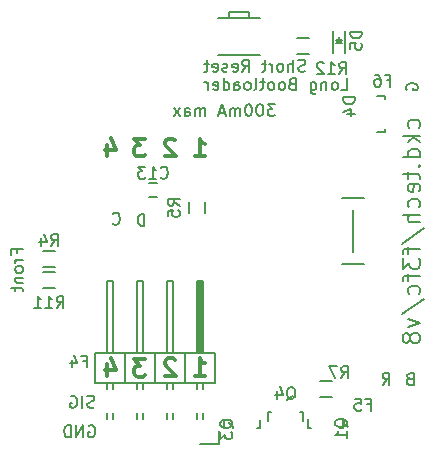
<source format=gbo>
G04 #@! TF.FileFunction,Legend,Bot*
%FSLAX46Y46*%
G04 Gerber Fmt 4.6, Leading zero omitted, Abs format (unit mm)*
G04 Created by KiCad (PCBNEW 4.0.1-stable) date Thursday, April 14, 2016 'AMt' 11:44:09 AM*
%MOMM*%
G01*
G04 APERTURE LIST*
%ADD10C,0.100000*%
%ADD11C,0.150000*%
%ADD12C,0.300000*%
%ADD13C,0.175000*%
%ADD14C,0.200000*%
G04 APERTURE END LIST*
D10*
D11*
X164180000Y-96031905D02*
X164132381Y-95936667D01*
X164132381Y-95793810D01*
X164180000Y-95650952D01*
X164275238Y-95555714D01*
X164370476Y-95508095D01*
X164560952Y-95460476D01*
X164703810Y-95460476D01*
X164894286Y-95508095D01*
X164989524Y-95555714D01*
X165084762Y-95650952D01*
X165132381Y-95793810D01*
X165132381Y-95889048D01*
X165084762Y-96031905D01*
X165037143Y-96079524D01*
X164703810Y-96079524D01*
X164703810Y-95889048D01*
D12*
X138814285Y-100678571D02*
X138814285Y-101678571D01*
X139171428Y-100107143D02*
X139528571Y-101178571D01*
X138599999Y-101178571D01*
X142049999Y-100178571D02*
X141121428Y-100178571D01*
X141621428Y-100750000D01*
X141407142Y-100750000D01*
X141264285Y-100821429D01*
X141192856Y-100892857D01*
X141121428Y-101035714D01*
X141121428Y-101392857D01*
X141192856Y-101535714D01*
X141264285Y-101607143D01*
X141407142Y-101678571D01*
X141835714Y-101678571D01*
X141978571Y-101607143D01*
X142049999Y-101535714D01*
X144578571Y-100321429D02*
X144507142Y-100250000D01*
X144364285Y-100178571D01*
X144007142Y-100178571D01*
X143864285Y-100250000D01*
X143792856Y-100321429D01*
X143721428Y-100464286D01*
X143721428Y-100607143D01*
X143792856Y-100821429D01*
X144649999Y-101678571D01*
X143721428Y-101678571D01*
X146221428Y-101678571D02*
X147078571Y-101678571D01*
X146649999Y-101678571D02*
X146649999Y-100178571D01*
X146792856Y-100392857D01*
X146935714Y-100535714D01*
X147078571Y-100607143D01*
D11*
X139288876Y-107357143D02*
X139336495Y-107404762D01*
X139479352Y-107452381D01*
X139574590Y-107452381D01*
X139717448Y-107404762D01*
X139812686Y-107309524D01*
X139860305Y-107214286D01*
X139907924Y-107023810D01*
X139907924Y-106880952D01*
X139860305Y-106690476D01*
X139812686Y-106595238D01*
X139717448Y-106500000D01*
X139574590Y-106452381D01*
X139479352Y-106452381D01*
X139336495Y-106500000D01*
X139288876Y-106547619D01*
X141961905Y-107552381D02*
X141961905Y-106552381D01*
X141723810Y-106552381D01*
X141580952Y-106600000D01*
X141485714Y-106695238D01*
X141438095Y-106790476D01*
X141390476Y-106980952D01*
X141390476Y-107123810D01*
X141438095Y-107314286D01*
X141485714Y-107409524D01*
X141580952Y-107504762D01*
X141723810Y-107552381D01*
X141961905Y-107552381D01*
D13*
X162148876Y-121000781D02*
X162482210Y-120524590D01*
X162720305Y-121000781D02*
X162720305Y-120000781D01*
X162339352Y-120000781D01*
X162244114Y-120048400D01*
X162196495Y-120096019D01*
X162148876Y-120191257D01*
X162148876Y-120334114D01*
X162196495Y-120429352D01*
X162244114Y-120476971D01*
X162339352Y-120524590D01*
X162720305Y-120524590D01*
X164438571Y-120498571D02*
X164295714Y-120546190D01*
X164248095Y-120593810D01*
X164200476Y-120689048D01*
X164200476Y-120831905D01*
X164248095Y-120927143D01*
X164295714Y-120974762D01*
X164390952Y-121022381D01*
X164771905Y-121022381D01*
X164771905Y-120022381D01*
X164438571Y-120022381D01*
X164343333Y-120070000D01*
X164295714Y-120117619D01*
X164248095Y-120212857D01*
X164248095Y-120308095D01*
X164295714Y-120403333D01*
X164343333Y-120450952D01*
X164438571Y-120498571D01*
X164771905Y-120498571D01*
D11*
X153035714Y-97262381D02*
X152416666Y-97262381D01*
X152750000Y-97643333D01*
X152607142Y-97643333D01*
X152511904Y-97690952D01*
X152464285Y-97738571D01*
X152416666Y-97833810D01*
X152416666Y-98071905D01*
X152464285Y-98167143D01*
X152511904Y-98214762D01*
X152607142Y-98262381D01*
X152892857Y-98262381D01*
X152988095Y-98214762D01*
X153035714Y-98167143D01*
X151797619Y-97262381D02*
X151702380Y-97262381D01*
X151607142Y-97310000D01*
X151559523Y-97357619D01*
X151511904Y-97452857D01*
X151464285Y-97643333D01*
X151464285Y-97881429D01*
X151511904Y-98071905D01*
X151559523Y-98167143D01*
X151607142Y-98214762D01*
X151702380Y-98262381D01*
X151797619Y-98262381D01*
X151892857Y-98214762D01*
X151940476Y-98167143D01*
X151988095Y-98071905D01*
X152035714Y-97881429D01*
X152035714Y-97643333D01*
X151988095Y-97452857D01*
X151940476Y-97357619D01*
X151892857Y-97310000D01*
X151797619Y-97262381D01*
X150845238Y-97262381D02*
X150749999Y-97262381D01*
X150654761Y-97310000D01*
X150607142Y-97357619D01*
X150559523Y-97452857D01*
X150511904Y-97643333D01*
X150511904Y-97881429D01*
X150559523Y-98071905D01*
X150607142Y-98167143D01*
X150654761Y-98214762D01*
X150749999Y-98262381D01*
X150845238Y-98262381D01*
X150940476Y-98214762D01*
X150988095Y-98167143D01*
X151035714Y-98071905D01*
X151083333Y-97881429D01*
X151083333Y-97643333D01*
X151035714Y-97452857D01*
X150988095Y-97357619D01*
X150940476Y-97310000D01*
X150845238Y-97262381D01*
X150083333Y-98262381D02*
X150083333Y-97595714D01*
X150083333Y-97690952D02*
X150035714Y-97643333D01*
X149940476Y-97595714D01*
X149797618Y-97595714D01*
X149702380Y-97643333D01*
X149654761Y-97738571D01*
X149654761Y-98262381D01*
X149654761Y-97738571D02*
X149607142Y-97643333D01*
X149511904Y-97595714D01*
X149369047Y-97595714D01*
X149273809Y-97643333D01*
X149226190Y-97738571D01*
X149226190Y-98262381D01*
X148797619Y-97976667D02*
X148321428Y-97976667D01*
X148892857Y-98262381D02*
X148559524Y-97262381D01*
X148226190Y-98262381D01*
X147130952Y-98262381D02*
X147130952Y-97595714D01*
X147130952Y-97690952D02*
X147083333Y-97643333D01*
X146988095Y-97595714D01*
X146845237Y-97595714D01*
X146749999Y-97643333D01*
X146702380Y-97738571D01*
X146702380Y-98262381D01*
X146702380Y-97738571D02*
X146654761Y-97643333D01*
X146559523Y-97595714D01*
X146416666Y-97595714D01*
X146321428Y-97643333D01*
X146273809Y-97738571D01*
X146273809Y-98262381D01*
X145369047Y-98262381D02*
X145369047Y-97738571D01*
X145416666Y-97643333D01*
X145511904Y-97595714D01*
X145702381Y-97595714D01*
X145797619Y-97643333D01*
X145369047Y-98214762D02*
X145464285Y-98262381D01*
X145702381Y-98262381D01*
X145797619Y-98214762D01*
X145845238Y-98119524D01*
X145845238Y-98024286D01*
X145797619Y-97929048D01*
X145702381Y-97881429D01*
X145464285Y-97881429D01*
X145369047Y-97833810D01*
X144988095Y-98262381D02*
X144464285Y-97595714D01*
X144988095Y-97595714D02*
X144464285Y-98262381D01*
X131178571Y-109892857D02*
X131178571Y-109559523D01*
X131702381Y-109559523D02*
X130702381Y-109559523D01*
X130702381Y-110035714D01*
X131702381Y-110416666D02*
X131035714Y-110416666D01*
X131226190Y-110416666D02*
X131130952Y-110464285D01*
X131083333Y-110511904D01*
X131035714Y-110607142D01*
X131035714Y-110702381D01*
X131702381Y-111178571D02*
X131654762Y-111083333D01*
X131607143Y-111035714D01*
X131511905Y-110988095D01*
X131226190Y-110988095D01*
X131130952Y-111035714D01*
X131083333Y-111083333D01*
X131035714Y-111178571D01*
X131035714Y-111321429D01*
X131083333Y-111416667D01*
X131130952Y-111464286D01*
X131226190Y-111511905D01*
X131511905Y-111511905D01*
X131607143Y-111464286D01*
X131654762Y-111416667D01*
X131702381Y-111321429D01*
X131702381Y-111178571D01*
X131035714Y-111940476D02*
X131702381Y-111940476D01*
X131130952Y-111940476D02*
X131083333Y-111988095D01*
X131035714Y-112083333D01*
X131035714Y-112226191D01*
X131083333Y-112321429D01*
X131178571Y-112369048D01*
X131702381Y-112369048D01*
X131035714Y-112702381D02*
X131035714Y-113083333D01*
X130702381Y-112845238D02*
X131559524Y-112845238D01*
X131654762Y-112892857D01*
X131702381Y-112988095D01*
X131702381Y-113083333D01*
D14*
X165257143Y-99270000D02*
X165328571Y-99127143D01*
X165328571Y-98841429D01*
X165257143Y-98698571D01*
X165185714Y-98627143D01*
X165042857Y-98555714D01*
X164614286Y-98555714D01*
X164471429Y-98627143D01*
X164400000Y-98698571D01*
X164328571Y-98841429D01*
X164328571Y-99127143D01*
X164400000Y-99270000D01*
X165328571Y-99912857D02*
X163828571Y-99912857D01*
X164757143Y-100055714D02*
X165328571Y-100484285D01*
X164328571Y-100484285D02*
X164900000Y-99912857D01*
X165328571Y-101770000D02*
X163828571Y-101770000D01*
X165257143Y-101770000D02*
X165328571Y-101627143D01*
X165328571Y-101341429D01*
X165257143Y-101198571D01*
X165185714Y-101127143D01*
X165042857Y-101055714D01*
X164614286Y-101055714D01*
X164471429Y-101127143D01*
X164400000Y-101198571D01*
X164328571Y-101341429D01*
X164328571Y-101627143D01*
X164400000Y-101770000D01*
X165185714Y-102484286D02*
X165257143Y-102555714D01*
X165328571Y-102484286D01*
X165257143Y-102412857D01*
X165185714Y-102484286D01*
X165328571Y-102484286D01*
X164328571Y-102984286D02*
X164328571Y-103555715D01*
X163828571Y-103198572D02*
X165114286Y-103198572D01*
X165257143Y-103270000D01*
X165328571Y-103412858D01*
X165328571Y-103555715D01*
X165257143Y-104627143D02*
X165328571Y-104484286D01*
X165328571Y-104198572D01*
X165257143Y-104055715D01*
X165114286Y-103984286D01*
X164542857Y-103984286D01*
X164400000Y-104055715D01*
X164328571Y-104198572D01*
X164328571Y-104484286D01*
X164400000Y-104627143D01*
X164542857Y-104698572D01*
X164685714Y-104698572D01*
X164828571Y-103984286D01*
X165257143Y-105984286D02*
X165328571Y-105841429D01*
X165328571Y-105555715D01*
X165257143Y-105412857D01*
X165185714Y-105341429D01*
X165042857Y-105270000D01*
X164614286Y-105270000D01*
X164471429Y-105341429D01*
X164400000Y-105412857D01*
X164328571Y-105555715D01*
X164328571Y-105841429D01*
X164400000Y-105984286D01*
X165328571Y-106627143D02*
X163828571Y-106627143D01*
X165328571Y-107270000D02*
X164542857Y-107270000D01*
X164400000Y-107198571D01*
X164328571Y-107055714D01*
X164328571Y-106841429D01*
X164400000Y-106698571D01*
X164471429Y-106627143D01*
X163757143Y-109055714D02*
X165685714Y-107770000D01*
X164328571Y-109341429D02*
X164328571Y-109912858D01*
X165328571Y-109555715D02*
X164042857Y-109555715D01*
X163900000Y-109627143D01*
X163828571Y-109770001D01*
X163828571Y-109912858D01*
X163828571Y-110270001D02*
X163828571Y-111198572D01*
X164400000Y-110698572D01*
X164400000Y-110912858D01*
X164471429Y-111055715D01*
X164542857Y-111127144D01*
X164685714Y-111198572D01*
X165042857Y-111198572D01*
X165185714Y-111127144D01*
X165257143Y-111055715D01*
X165328571Y-110912858D01*
X165328571Y-110484286D01*
X165257143Y-110341429D01*
X165185714Y-110270001D01*
X164328571Y-111627143D02*
X164328571Y-112198572D01*
X165328571Y-111841429D02*
X164042857Y-111841429D01*
X163900000Y-111912857D01*
X163828571Y-112055715D01*
X163828571Y-112198572D01*
X165257143Y-113341429D02*
X165328571Y-113198572D01*
X165328571Y-112912858D01*
X165257143Y-112770000D01*
X165185714Y-112698572D01*
X165042857Y-112627143D01*
X164614286Y-112627143D01*
X164471429Y-112698572D01*
X164400000Y-112770000D01*
X164328571Y-112912858D01*
X164328571Y-113198572D01*
X164400000Y-113341429D01*
X163757143Y-115055714D02*
X165685714Y-113770000D01*
X164328571Y-115412858D02*
X165328571Y-115770001D01*
X164328571Y-116127143D01*
X164471429Y-116912858D02*
X164400000Y-116770000D01*
X164328571Y-116698572D01*
X164185714Y-116627143D01*
X164114286Y-116627143D01*
X163971429Y-116698572D01*
X163900000Y-116770000D01*
X163828571Y-116912858D01*
X163828571Y-117198572D01*
X163900000Y-117341429D01*
X163971429Y-117412858D01*
X164114286Y-117484286D01*
X164185714Y-117484286D01*
X164328571Y-117412858D01*
X164400000Y-117341429D01*
X164471429Y-117198572D01*
X164471429Y-116912858D01*
X164542857Y-116770000D01*
X164614286Y-116698572D01*
X164757143Y-116627143D01*
X165042857Y-116627143D01*
X165185714Y-116698572D01*
X165257143Y-116770000D01*
X165328571Y-116912858D01*
X165328571Y-117198572D01*
X165257143Y-117341429D01*
X165185714Y-117412858D01*
X165042857Y-117484286D01*
X164757143Y-117484286D01*
X164614286Y-117412858D01*
X164542857Y-117341429D01*
X164471429Y-117198572D01*
D11*
X137723809Y-122904762D02*
X137580952Y-122952381D01*
X137342856Y-122952381D01*
X137247618Y-122904762D01*
X137199999Y-122857143D01*
X137152380Y-122761905D01*
X137152380Y-122666667D01*
X137199999Y-122571429D01*
X137247618Y-122523810D01*
X137342856Y-122476190D01*
X137533333Y-122428571D01*
X137628571Y-122380952D01*
X137676190Y-122333333D01*
X137723809Y-122238095D01*
X137723809Y-122142857D01*
X137676190Y-122047619D01*
X137628571Y-122000000D01*
X137533333Y-121952381D01*
X137295237Y-121952381D01*
X137152380Y-122000000D01*
X136723809Y-122952381D02*
X136723809Y-121952381D01*
X135723809Y-122000000D02*
X135819047Y-121952381D01*
X135961904Y-121952381D01*
X136104762Y-122000000D01*
X136200000Y-122095238D01*
X136247619Y-122190476D01*
X136295238Y-122380952D01*
X136295238Y-122523810D01*
X136247619Y-122714286D01*
X136200000Y-122809524D01*
X136104762Y-122904762D01*
X135961904Y-122952381D01*
X135866666Y-122952381D01*
X135723809Y-122904762D01*
X135676190Y-122857143D01*
X135676190Y-122523810D01*
X135866666Y-122523810D01*
D12*
X138814285Y-119278571D02*
X138814285Y-120278571D01*
X139171428Y-118707143D02*
X139528571Y-119778571D01*
X138599999Y-119778571D01*
X142049999Y-118828571D02*
X141121428Y-118828571D01*
X141621428Y-119400000D01*
X141407142Y-119400000D01*
X141264285Y-119471429D01*
X141192856Y-119542857D01*
X141121428Y-119685714D01*
X141121428Y-120042857D01*
X141192856Y-120185714D01*
X141264285Y-120257143D01*
X141407142Y-120328571D01*
X141835714Y-120328571D01*
X141978571Y-120257143D01*
X142049999Y-120185714D01*
X144578571Y-118921429D02*
X144507142Y-118850000D01*
X144364285Y-118778571D01*
X144007142Y-118778571D01*
X143864285Y-118850000D01*
X143792856Y-118921429D01*
X143721428Y-119064286D01*
X143721428Y-119207143D01*
X143792856Y-119421429D01*
X144649999Y-120278571D01*
X143721428Y-120278571D01*
X146221428Y-120278571D02*
X147078571Y-120278571D01*
X146649999Y-120278571D02*
X146649999Y-118778571D01*
X146792856Y-118992857D01*
X146935714Y-119135714D01*
X147078571Y-119207143D01*
D11*
X137261904Y-124500000D02*
X137357142Y-124452381D01*
X137499999Y-124452381D01*
X137642857Y-124500000D01*
X137738095Y-124595238D01*
X137785714Y-124690476D01*
X137833333Y-124880952D01*
X137833333Y-125023810D01*
X137785714Y-125214286D01*
X137738095Y-125309524D01*
X137642857Y-125404762D01*
X137499999Y-125452381D01*
X137404761Y-125452381D01*
X137261904Y-125404762D01*
X137214285Y-125357143D01*
X137214285Y-125023810D01*
X137404761Y-125023810D01*
X136785714Y-125452381D02*
X136785714Y-124452381D01*
X136214285Y-125452381D01*
X136214285Y-124452381D01*
X135738095Y-125452381D02*
X135738095Y-124452381D01*
X135500000Y-124452381D01*
X135357142Y-124500000D01*
X135261904Y-124595238D01*
X135214285Y-124690476D01*
X135166666Y-124880952D01*
X135166666Y-125023810D01*
X135214285Y-125214286D01*
X135261904Y-125309524D01*
X135357142Y-125404762D01*
X135500000Y-125452381D01*
X135738095Y-125452381D01*
X155579050Y-94449762D02*
X155436193Y-94497381D01*
X155198097Y-94497381D01*
X155102859Y-94449762D01*
X155055240Y-94402143D01*
X155007621Y-94306905D01*
X155007621Y-94211667D01*
X155055240Y-94116429D01*
X155102859Y-94068810D01*
X155198097Y-94021190D01*
X155388574Y-93973571D01*
X155483812Y-93925952D01*
X155531431Y-93878333D01*
X155579050Y-93783095D01*
X155579050Y-93687857D01*
X155531431Y-93592619D01*
X155483812Y-93545000D01*
X155388574Y-93497381D01*
X155150478Y-93497381D01*
X155007621Y-93545000D01*
X154579050Y-94497381D02*
X154579050Y-93497381D01*
X154150478Y-94497381D02*
X154150478Y-93973571D01*
X154198097Y-93878333D01*
X154293335Y-93830714D01*
X154436193Y-93830714D01*
X154531431Y-93878333D01*
X154579050Y-93925952D01*
X153531431Y-94497381D02*
X153626669Y-94449762D01*
X153674288Y-94402143D01*
X153721907Y-94306905D01*
X153721907Y-94021190D01*
X153674288Y-93925952D01*
X153626669Y-93878333D01*
X153531431Y-93830714D01*
X153388573Y-93830714D01*
X153293335Y-93878333D01*
X153245716Y-93925952D01*
X153198097Y-94021190D01*
X153198097Y-94306905D01*
X153245716Y-94402143D01*
X153293335Y-94449762D01*
X153388573Y-94497381D01*
X153531431Y-94497381D01*
X152769526Y-94497381D02*
X152769526Y-93830714D01*
X152769526Y-94021190D02*
X152721907Y-93925952D01*
X152674288Y-93878333D01*
X152579050Y-93830714D01*
X152483811Y-93830714D01*
X152293335Y-93830714D02*
X151912383Y-93830714D01*
X152150478Y-93497381D02*
X152150478Y-94354524D01*
X152102859Y-94449762D01*
X152007621Y-94497381D01*
X151912383Y-94497381D01*
X150245715Y-94497381D02*
X150579049Y-94021190D01*
X150817144Y-94497381D02*
X150817144Y-93497381D01*
X150436191Y-93497381D01*
X150340953Y-93545000D01*
X150293334Y-93592619D01*
X150245715Y-93687857D01*
X150245715Y-93830714D01*
X150293334Y-93925952D01*
X150340953Y-93973571D01*
X150436191Y-94021190D01*
X150817144Y-94021190D01*
X149436191Y-94449762D02*
X149531429Y-94497381D01*
X149721906Y-94497381D01*
X149817144Y-94449762D01*
X149864763Y-94354524D01*
X149864763Y-93973571D01*
X149817144Y-93878333D01*
X149721906Y-93830714D01*
X149531429Y-93830714D01*
X149436191Y-93878333D01*
X149388572Y-93973571D01*
X149388572Y-94068810D01*
X149864763Y-94164048D01*
X149007620Y-94449762D02*
X148912382Y-94497381D01*
X148721906Y-94497381D01*
X148626667Y-94449762D01*
X148579048Y-94354524D01*
X148579048Y-94306905D01*
X148626667Y-94211667D01*
X148721906Y-94164048D01*
X148864763Y-94164048D01*
X148960001Y-94116429D01*
X149007620Y-94021190D01*
X149007620Y-93973571D01*
X148960001Y-93878333D01*
X148864763Y-93830714D01*
X148721906Y-93830714D01*
X148626667Y-93878333D01*
X147769524Y-94449762D02*
X147864762Y-94497381D01*
X148055239Y-94497381D01*
X148150477Y-94449762D01*
X148198096Y-94354524D01*
X148198096Y-93973571D01*
X148150477Y-93878333D01*
X148055239Y-93830714D01*
X147864762Y-93830714D01*
X147769524Y-93878333D01*
X147721905Y-93973571D01*
X147721905Y-94068810D01*
X148198096Y-94164048D01*
X147436191Y-93830714D02*
X147055239Y-93830714D01*
X147293334Y-93497381D02*
X147293334Y-94354524D01*
X147245715Y-94449762D01*
X147150477Y-94497381D01*
X147055239Y-94497381D01*
X158626669Y-96047381D02*
X159102860Y-96047381D01*
X159102860Y-95047381D01*
X158150479Y-96047381D02*
X158245717Y-95999762D01*
X158293336Y-95952143D01*
X158340955Y-95856905D01*
X158340955Y-95571190D01*
X158293336Y-95475952D01*
X158245717Y-95428333D01*
X158150479Y-95380714D01*
X158007621Y-95380714D01*
X157912383Y-95428333D01*
X157864764Y-95475952D01*
X157817145Y-95571190D01*
X157817145Y-95856905D01*
X157864764Y-95952143D01*
X157912383Y-95999762D01*
X158007621Y-96047381D01*
X158150479Y-96047381D01*
X157388574Y-95380714D02*
X157388574Y-96047381D01*
X157388574Y-95475952D02*
X157340955Y-95428333D01*
X157245717Y-95380714D01*
X157102859Y-95380714D01*
X157007621Y-95428333D01*
X156960002Y-95523571D01*
X156960002Y-96047381D01*
X156055240Y-95380714D02*
X156055240Y-96190238D01*
X156102859Y-96285476D01*
X156150478Y-96333095D01*
X156245717Y-96380714D01*
X156388574Y-96380714D01*
X156483812Y-96333095D01*
X156055240Y-95999762D02*
X156150478Y-96047381D01*
X156340955Y-96047381D01*
X156436193Y-95999762D01*
X156483812Y-95952143D01*
X156531431Y-95856905D01*
X156531431Y-95571190D01*
X156483812Y-95475952D01*
X156436193Y-95428333D01*
X156340955Y-95380714D01*
X156150478Y-95380714D01*
X156055240Y-95428333D01*
X154483811Y-95523571D02*
X154340954Y-95571190D01*
X154293335Y-95618810D01*
X154245716Y-95714048D01*
X154245716Y-95856905D01*
X154293335Y-95952143D01*
X154340954Y-95999762D01*
X154436192Y-96047381D01*
X154817145Y-96047381D01*
X154817145Y-95047381D01*
X154483811Y-95047381D01*
X154388573Y-95095000D01*
X154340954Y-95142619D01*
X154293335Y-95237857D01*
X154293335Y-95333095D01*
X154340954Y-95428333D01*
X154388573Y-95475952D01*
X154483811Y-95523571D01*
X154817145Y-95523571D01*
X153674288Y-96047381D02*
X153769526Y-95999762D01*
X153817145Y-95952143D01*
X153864764Y-95856905D01*
X153864764Y-95571190D01*
X153817145Y-95475952D01*
X153769526Y-95428333D01*
X153674288Y-95380714D01*
X153531430Y-95380714D01*
X153436192Y-95428333D01*
X153388573Y-95475952D01*
X153340954Y-95571190D01*
X153340954Y-95856905D01*
X153388573Y-95952143D01*
X153436192Y-95999762D01*
X153531430Y-96047381D01*
X153674288Y-96047381D01*
X152769526Y-96047381D02*
X152864764Y-95999762D01*
X152912383Y-95952143D01*
X152960002Y-95856905D01*
X152960002Y-95571190D01*
X152912383Y-95475952D01*
X152864764Y-95428333D01*
X152769526Y-95380714D01*
X152626668Y-95380714D01*
X152531430Y-95428333D01*
X152483811Y-95475952D01*
X152436192Y-95571190D01*
X152436192Y-95856905D01*
X152483811Y-95952143D01*
X152531430Y-95999762D01*
X152626668Y-96047381D01*
X152769526Y-96047381D01*
X152150478Y-95380714D02*
X151769526Y-95380714D01*
X152007621Y-95047381D02*
X152007621Y-95904524D01*
X151960002Y-95999762D01*
X151864764Y-96047381D01*
X151769526Y-96047381D01*
X151293335Y-96047381D02*
X151388573Y-95999762D01*
X151436192Y-95904524D01*
X151436192Y-95047381D01*
X150769525Y-96047381D02*
X150864763Y-95999762D01*
X150912382Y-95952143D01*
X150960001Y-95856905D01*
X150960001Y-95571190D01*
X150912382Y-95475952D01*
X150864763Y-95428333D01*
X150769525Y-95380714D01*
X150626667Y-95380714D01*
X150531429Y-95428333D01*
X150483810Y-95475952D01*
X150436191Y-95571190D01*
X150436191Y-95856905D01*
X150483810Y-95952143D01*
X150531429Y-95999762D01*
X150626667Y-96047381D01*
X150769525Y-96047381D01*
X149579048Y-96047381D02*
X149579048Y-95523571D01*
X149626667Y-95428333D01*
X149721905Y-95380714D01*
X149912382Y-95380714D01*
X150007620Y-95428333D01*
X149579048Y-95999762D02*
X149674286Y-96047381D01*
X149912382Y-96047381D01*
X150007620Y-95999762D01*
X150055239Y-95904524D01*
X150055239Y-95809286D01*
X150007620Y-95714048D01*
X149912382Y-95666429D01*
X149674286Y-95666429D01*
X149579048Y-95618810D01*
X148674286Y-96047381D02*
X148674286Y-95047381D01*
X148674286Y-95999762D02*
X148769524Y-96047381D01*
X148960001Y-96047381D01*
X149055239Y-95999762D01*
X149102858Y-95952143D01*
X149150477Y-95856905D01*
X149150477Y-95571190D01*
X149102858Y-95475952D01*
X149055239Y-95428333D01*
X148960001Y-95380714D01*
X148769524Y-95380714D01*
X148674286Y-95428333D01*
X147817143Y-95999762D02*
X147912381Y-96047381D01*
X148102858Y-96047381D01*
X148198096Y-95999762D01*
X148245715Y-95904524D01*
X148245715Y-95523571D01*
X148198096Y-95428333D01*
X148102858Y-95380714D01*
X147912381Y-95380714D01*
X147817143Y-95428333D01*
X147769524Y-95523571D01*
X147769524Y-95618810D01*
X148245715Y-95714048D01*
X147340953Y-96047381D02*
X147340953Y-95380714D01*
X147340953Y-95571190D02*
X147293334Y-95475952D01*
X147245715Y-95428333D01*
X147150477Y-95380714D01*
X147055238Y-95380714D01*
X158725000Y-105240000D02*
X160575000Y-105240000D01*
X158725000Y-110760000D02*
X160575000Y-110760000D01*
X159650000Y-109800000D02*
X159650000Y-106200000D01*
X148250000Y-124900000D02*
X148250000Y-126050000D01*
X148250000Y-126050000D02*
X146700000Y-126050000D01*
X138826000Y-123376000D02*
X138826000Y-123884000D01*
X139334000Y-123376000D02*
X139334000Y-123884000D01*
X141366000Y-123376000D02*
X141366000Y-123884000D01*
X141874000Y-123376000D02*
X141874000Y-123884000D01*
X143906000Y-123376000D02*
X143906000Y-123884000D01*
X144414000Y-123376000D02*
X144414000Y-123884000D01*
X146446000Y-123376000D02*
X146446000Y-123884000D01*
X146954000Y-123376000D02*
X146954000Y-123884000D01*
X146954000Y-120836000D02*
X146954000Y-121344000D01*
X146446000Y-120836000D02*
X146446000Y-121344000D01*
X144414000Y-120836000D02*
X144414000Y-121344000D01*
X143906000Y-120836000D02*
X143906000Y-121344000D01*
X138826000Y-120836000D02*
X138826000Y-121344000D01*
X139334000Y-120836000D02*
X139334000Y-121344000D01*
X141366000Y-120836000D02*
X141366000Y-121344000D01*
X141874000Y-120836000D02*
X141874000Y-121344000D01*
X146827000Y-118296000D02*
X146827000Y-112327000D01*
X146827000Y-112327000D02*
X146573000Y-112327000D01*
X146573000Y-112327000D02*
X146573000Y-118169000D01*
X146573000Y-118169000D02*
X146700000Y-118169000D01*
X146700000Y-118169000D02*
X146700000Y-112327000D01*
X137810000Y-120836000D02*
X137810000Y-118296000D01*
X142890000Y-120836000D02*
X142890000Y-118296000D01*
X142890000Y-120836000D02*
X140350000Y-120836000D01*
X140350000Y-120836000D02*
X140350000Y-118296000D01*
X141874000Y-118296000D02*
X141874000Y-112200000D01*
X141874000Y-112200000D02*
X141366000Y-112200000D01*
X141366000Y-112200000D02*
X141366000Y-118296000D01*
X140350000Y-118296000D02*
X142890000Y-118296000D01*
X137810000Y-118296000D02*
X140350000Y-118296000D01*
X138826000Y-112200000D02*
X138826000Y-118296000D01*
X139334000Y-112200000D02*
X138826000Y-112200000D01*
X139334000Y-118296000D02*
X139334000Y-112200000D01*
X137810000Y-120836000D02*
X137810000Y-118296000D01*
X140350000Y-120836000D02*
X137810000Y-120836000D01*
X140350000Y-120836000D02*
X140350000Y-118296000D01*
X145430000Y-120836000D02*
X145430000Y-118296000D01*
X145430000Y-120836000D02*
X142890000Y-120836000D01*
X142890000Y-120836000D02*
X142890000Y-118296000D01*
X144414000Y-118296000D02*
X144414000Y-112200000D01*
X144414000Y-112200000D02*
X143906000Y-112200000D01*
X143906000Y-112200000D02*
X143906000Y-118296000D01*
X142890000Y-118296000D02*
X145430000Y-118296000D01*
X145430000Y-118296000D02*
X147970000Y-118296000D01*
X146446000Y-112200000D02*
X146446000Y-118296000D01*
X146954000Y-112200000D02*
X146446000Y-112200000D01*
X146954000Y-118296000D02*
X146954000Y-112200000D01*
X145430000Y-120836000D02*
X145430000Y-118296000D01*
X147970000Y-120836000D02*
X145430000Y-120836000D01*
X147970000Y-120836000D02*
X147970000Y-118296000D01*
X147075000Y-106510000D02*
X147075000Y-105510000D01*
X145725000Y-105510000D02*
X145725000Y-106510000D01*
X142350000Y-105120000D02*
X143050000Y-105120000D01*
X143050000Y-103920000D02*
X142350000Y-103920000D01*
X150840000Y-89985000D02*
X150840000Y-89435000D01*
X150840000Y-89435000D02*
X149140000Y-89435000D01*
X149140000Y-89435000D02*
X149140000Y-89985000D01*
X148240000Y-93085000D02*
X151740000Y-93085000D01*
X151740000Y-89985000D02*
X148240000Y-89985000D01*
X157900000Y-92949300D02*
X157900000Y-91049300D01*
X159000000Y-92949300D02*
X159000000Y-91049300D01*
X158450000Y-92049300D02*
X158450000Y-91599300D01*
X158700000Y-92099300D02*
X158200000Y-92099300D01*
X158450000Y-92099300D02*
X158700000Y-91849300D01*
X158700000Y-91849300D02*
X158200000Y-91849300D01*
X158200000Y-91849300D02*
X158450000Y-92099300D01*
X134400000Y-109675000D02*
X133400000Y-109675000D01*
X133400000Y-111025000D02*
X134400000Y-111025000D01*
X134400000Y-111475000D02*
X133400000Y-111475000D01*
X133400000Y-112825000D02*
X134400000Y-112825000D01*
X154914800Y-93029400D02*
X155914800Y-93029400D01*
X155914800Y-91679400D02*
X154914800Y-91679400D01*
X158624160Y-124650240D02*
X158575900Y-124650240D01*
X155825180Y-123949200D02*
X155825180Y-124650240D01*
X155825180Y-124650240D02*
X156074100Y-124650240D01*
X158624160Y-124650240D02*
X158824820Y-124650240D01*
X158824820Y-124650240D02*
X158824820Y-123949200D01*
X156825000Y-122025000D02*
X157825000Y-122025000D01*
X157825000Y-120675000D02*
X156825000Y-120675000D01*
X162351380Y-96800840D02*
X162351380Y-96849100D01*
X161650340Y-99599820D02*
X162351380Y-99599820D01*
X162351380Y-99599820D02*
X162351380Y-99350900D01*
X162351380Y-96800840D02*
X162351380Y-96600180D01*
X162351380Y-96600180D02*
X161650340Y-96600180D01*
X152625840Y-123349760D02*
X152674100Y-123349760D01*
X155424820Y-124050800D02*
X155424820Y-123349760D01*
X155424820Y-123349760D02*
X155175900Y-123349760D01*
X152625840Y-123349760D02*
X152425180Y-123349760D01*
X152425180Y-123349760D02*
X152425180Y-124050800D01*
X151549160Y-124701000D02*
X151500900Y-124701000D01*
X148750180Y-123999960D02*
X148750180Y-124701000D01*
X148750180Y-124701000D02*
X148999100Y-124701000D01*
X151549160Y-124701000D02*
X151749820Y-124701000D01*
X151749820Y-124701000D02*
X151749820Y-123999960D01*
X136763333Y-119018571D02*
X137096667Y-119018571D01*
X137096667Y-119542381D02*
X137096667Y-118542381D01*
X136620476Y-118542381D01*
X135810952Y-118875714D02*
X135810952Y-119542381D01*
X136049048Y-118494762D02*
X136287143Y-119209048D01*
X135668095Y-119209048D01*
X160808333Y-122678571D02*
X161141667Y-122678571D01*
X161141667Y-123202381D02*
X161141667Y-122202381D01*
X160665476Y-122202381D01*
X159808333Y-122202381D02*
X160284524Y-122202381D01*
X160332143Y-122678571D01*
X160284524Y-122630952D01*
X160189286Y-122583333D01*
X159951190Y-122583333D01*
X159855952Y-122630952D01*
X159808333Y-122678571D01*
X159760714Y-122773810D01*
X159760714Y-123011905D01*
X159808333Y-123107143D01*
X159855952Y-123154762D01*
X159951190Y-123202381D01*
X160189286Y-123202381D01*
X160284524Y-123154762D01*
X160332143Y-123107143D01*
X162473333Y-95238571D02*
X162806667Y-95238571D01*
X162806667Y-95762381D02*
X162806667Y-94762381D01*
X162330476Y-94762381D01*
X161520952Y-94762381D02*
X161711429Y-94762381D01*
X161806667Y-94810000D01*
X161854286Y-94857619D01*
X161949524Y-95000476D01*
X161997143Y-95190952D01*
X161997143Y-95571905D01*
X161949524Y-95667143D01*
X161901905Y-95714762D01*
X161806667Y-95762381D01*
X161616190Y-95762381D01*
X161520952Y-95714762D01*
X161473333Y-95667143D01*
X161425714Y-95571905D01*
X161425714Y-95333810D01*
X161473333Y-95238571D01*
X161520952Y-95190952D01*
X161616190Y-95143333D01*
X161806667Y-95143333D01*
X161901905Y-95190952D01*
X161949524Y-95238571D01*
X161997143Y-95333810D01*
X144952381Y-105843334D02*
X144476190Y-105510000D01*
X144952381Y-105271905D02*
X143952381Y-105271905D01*
X143952381Y-105652858D01*
X144000000Y-105748096D01*
X144047619Y-105795715D01*
X144142857Y-105843334D01*
X144285714Y-105843334D01*
X144380952Y-105795715D01*
X144428571Y-105748096D01*
X144476190Y-105652858D01*
X144476190Y-105271905D01*
X143952381Y-106748096D02*
X143952381Y-106271905D01*
X144428571Y-106224286D01*
X144380952Y-106271905D01*
X144333333Y-106367143D01*
X144333333Y-106605239D01*
X144380952Y-106700477D01*
X144428571Y-106748096D01*
X144523810Y-106795715D01*
X144761905Y-106795715D01*
X144857143Y-106748096D01*
X144904762Y-106700477D01*
X144952381Y-106605239D01*
X144952381Y-106367143D01*
X144904762Y-106271905D01*
X144857143Y-106224286D01*
X143342857Y-103457143D02*
X143390476Y-103504762D01*
X143533333Y-103552381D01*
X143628571Y-103552381D01*
X143771429Y-103504762D01*
X143866667Y-103409524D01*
X143914286Y-103314286D01*
X143961905Y-103123810D01*
X143961905Y-102980952D01*
X143914286Y-102790476D01*
X143866667Y-102695238D01*
X143771429Y-102600000D01*
X143628571Y-102552381D01*
X143533333Y-102552381D01*
X143390476Y-102600000D01*
X143342857Y-102647619D01*
X142390476Y-103552381D02*
X142961905Y-103552381D01*
X142676191Y-103552381D02*
X142676191Y-102552381D01*
X142771429Y-102695238D01*
X142866667Y-102790476D01*
X142961905Y-102838095D01*
X142057143Y-102552381D02*
X141438095Y-102552381D01*
X141771429Y-102933333D01*
X141628571Y-102933333D01*
X141533333Y-102980952D01*
X141485714Y-103028571D01*
X141438095Y-103123810D01*
X141438095Y-103361905D01*
X141485714Y-103457143D01*
X141533333Y-103504762D01*
X141628571Y-103552381D01*
X141914286Y-103552381D01*
X142009524Y-103504762D01*
X142057143Y-103457143D01*
X160402381Y-91111205D02*
X159402381Y-91111205D01*
X159402381Y-91349300D01*
X159450000Y-91492158D01*
X159545238Y-91587396D01*
X159640476Y-91635015D01*
X159830952Y-91682634D01*
X159973810Y-91682634D01*
X160164286Y-91635015D01*
X160259524Y-91587396D01*
X160354762Y-91492158D01*
X160402381Y-91349300D01*
X160402381Y-91111205D01*
X159402381Y-92587396D02*
X159402381Y-92111205D01*
X159878571Y-92063586D01*
X159830952Y-92111205D01*
X159783333Y-92206443D01*
X159783333Y-92444539D01*
X159830952Y-92539777D01*
X159878571Y-92587396D01*
X159973810Y-92635015D01*
X160211905Y-92635015D01*
X160307143Y-92587396D01*
X160354762Y-92539777D01*
X160402381Y-92444539D01*
X160402381Y-92206443D01*
X160354762Y-92111205D01*
X160307143Y-92063586D01*
X134066666Y-109265981D02*
X134400000Y-108789790D01*
X134638095Y-109265981D02*
X134638095Y-108265981D01*
X134257142Y-108265981D01*
X134161904Y-108313600D01*
X134114285Y-108361219D01*
X134066666Y-108456457D01*
X134066666Y-108599314D01*
X134114285Y-108694552D01*
X134161904Y-108742171D01*
X134257142Y-108789790D01*
X134638095Y-108789790D01*
X133209523Y-108599314D02*
X133209523Y-109265981D01*
X133447619Y-108218362D02*
X133685714Y-108932648D01*
X133066666Y-108932648D01*
X134542857Y-114502381D02*
X134876191Y-114026190D01*
X135114286Y-114502381D02*
X135114286Y-113502381D01*
X134733333Y-113502381D01*
X134638095Y-113550000D01*
X134590476Y-113597619D01*
X134542857Y-113692857D01*
X134542857Y-113835714D01*
X134590476Y-113930952D01*
X134638095Y-113978571D01*
X134733333Y-114026190D01*
X135114286Y-114026190D01*
X133590476Y-114502381D02*
X134161905Y-114502381D01*
X133876191Y-114502381D02*
X133876191Y-113502381D01*
X133971429Y-113645238D01*
X134066667Y-113740476D01*
X134161905Y-113788095D01*
X132638095Y-114502381D02*
X133209524Y-114502381D01*
X132923810Y-114502381D02*
X132923810Y-113502381D01*
X133019048Y-113645238D01*
X133114286Y-113740476D01*
X133209524Y-113788095D01*
X158472857Y-94692381D02*
X158806191Y-94216190D01*
X159044286Y-94692381D02*
X159044286Y-93692381D01*
X158663333Y-93692381D01*
X158568095Y-93740000D01*
X158520476Y-93787619D01*
X158472857Y-93882857D01*
X158472857Y-94025714D01*
X158520476Y-94120952D01*
X158568095Y-94168571D01*
X158663333Y-94216190D01*
X159044286Y-94216190D01*
X157520476Y-94692381D02*
X158091905Y-94692381D01*
X157806191Y-94692381D02*
X157806191Y-93692381D01*
X157901429Y-93835238D01*
X157996667Y-93930476D01*
X158091905Y-93978095D01*
X157139524Y-93787619D02*
X157091905Y-93740000D01*
X156996667Y-93692381D01*
X156758571Y-93692381D01*
X156663333Y-93740000D01*
X156615714Y-93787619D01*
X156568095Y-93882857D01*
X156568095Y-93978095D01*
X156615714Y-94120952D01*
X157187143Y-94692381D01*
X156568095Y-94692381D01*
X159197619Y-124629762D02*
X159150000Y-124534524D01*
X159054762Y-124439286D01*
X158911905Y-124296429D01*
X158864286Y-124201190D01*
X158864286Y-124105952D01*
X159102381Y-124153571D02*
X159054762Y-124058333D01*
X158959524Y-123963095D01*
X158769048Y-123915476D01*
X158435714Y-123915476D01*
X158245238Y-123963095D01*
X158150000Y-124058333D01*
X158102381Y-124153571D01*
X158102381Y-124344048D01*
X158150000Y-124439286D01*
X158245238Y-124534524D01*
X158435714Y-124582143D01*
X158769048Y-124582143D01*
X158959524Y-124534524D01*
X159054762Y-124439286D01*
X159102381Y-124344048D01*
X159102381Y-124153571D01*
X159102381Y-125534524D02*
X159102381Y-124963095D01*
X159102381Y-125248809D02*
X158102381Y-125248809D01*
X158245238Y-125153571D01*
X158340476Y-125058333D01*
X158388095Y-124963095D01*
X158641666Y-120427381D02*
X158975000Y-119951190D01*
X159213095Y-120427381D02*
X159213095Y-119427381D01*
X158832142Y-119427381D01*
X158736904Y-119475000D01*
X158689285Y-119522619D01*
X158641666Y-119617857D01*
X158641666Y-119760714D01*
X158689285Y-119855952D01*
X158736904Y-119903571D01*
X158832142Y-119951190D01*
X159213095Y-119951190D01*
X158308333Y-119427381D02*
X157641666Y-119427381D01*
X158070238Y-120427381D01*
X159802381Y-96686905D02*
X158802381Y-96686905D01*
X158802381Y-96925000D01*
X158850000Y-97067858D01*
X158945238Y-97163096D01*
X159040476Y-97210715D01*
X159230952Y-97258334D01*
X159373810Y-97258334D01*
X159564286Y-97210715D01*
X159659524Y-97163096D01*
X159754762Y-97067858D01*
X159802381Y-96925000D01*
X159802381Y-96686905D01*
X159135714Y-98115477D02*
X159802381Y-98115477D01*
X158754762Y-97877381D02*
X159469048Y-97639286D01*
X159469048Y-98258334D01*
X154020238Y-122297619D02*
X154115476Y-122250000D01*
X154210714Y-122154762D01*
X154353571Y-122011905D01*
X154448810Y-121964286D01*
X154544048Y-121964286D01*
X154496429Y-122202381D02*
X154591667Y-122154762D01*
X154686905Y-122059524D01*
X154734524Y-121869048D01*
X154734524Y-121535714D01*
X154686905Y-121345238D01*
X154591667Y-121250000D01*
X154496429Y-121202381D01*
X154305952Y-121202381D01*
X154210714Y-121250000D01*
X154115476Y-121345238D01*
X154067857Y-121535714D01*
X154067857Y-121869048D01*
X154115476Y-122059524D01*
X154210714Y-122154762D01*
X154305952Y-122202381D01*
X154496429Y-122202381D01*
X153210714Y-121535714D02*
X153210714Y-122202381D01*
X153448810Y-121154762D02*
X153686905Y-121869048D01*
X153067857Y-121869048D01*
X149497619Y-124704762D02*
X149450000Y-124609524D01*
X149354762Y-124514286D01*
X149211905Y-124371429D01*
X149164286Y-124276190D01*
X149164286Y-124180952D01*
X149402381Y-124228571D02*
X149354762Y-124133333D01*
X149259524Y-124038095D01*
X149069048Y-123990476D01*
X148735714Y-123990476D01*
X148545238Y-124038095D01*
X148450000Y-124133333D01*
X148402381Y-124228571D01*
X148402381Y-124419048D01*
X148450000Y-124514286D01*
X148545238Y-124609524D01*
X148735714Y-124657143D01*
X149069048Y-124657143D01*
X149259524Y-124609524D01*
X149354762Y-124514286D01*
X149402381Y-124419048D01*
X149402381Y-124228571D01*
X148402381Y-124990476D02*
X148402381Y-125609524D01*
X148783333Y-125276190D01*
X148783333Y-125419048D01*
X148830952Y-125514286D01*
X148878571Y-125561905D01*
X148973810Y-125609524D01*
X149211905Y-125609524D01*
X149307143Y-125561905D01*
X149354762Y-125514286D01*
X149402381Y-125419048D01*
X149402381Y-125133333D01*
X149354762Y-125038095D01*
X149307143Y-124990476D01*
M02*

</source>
